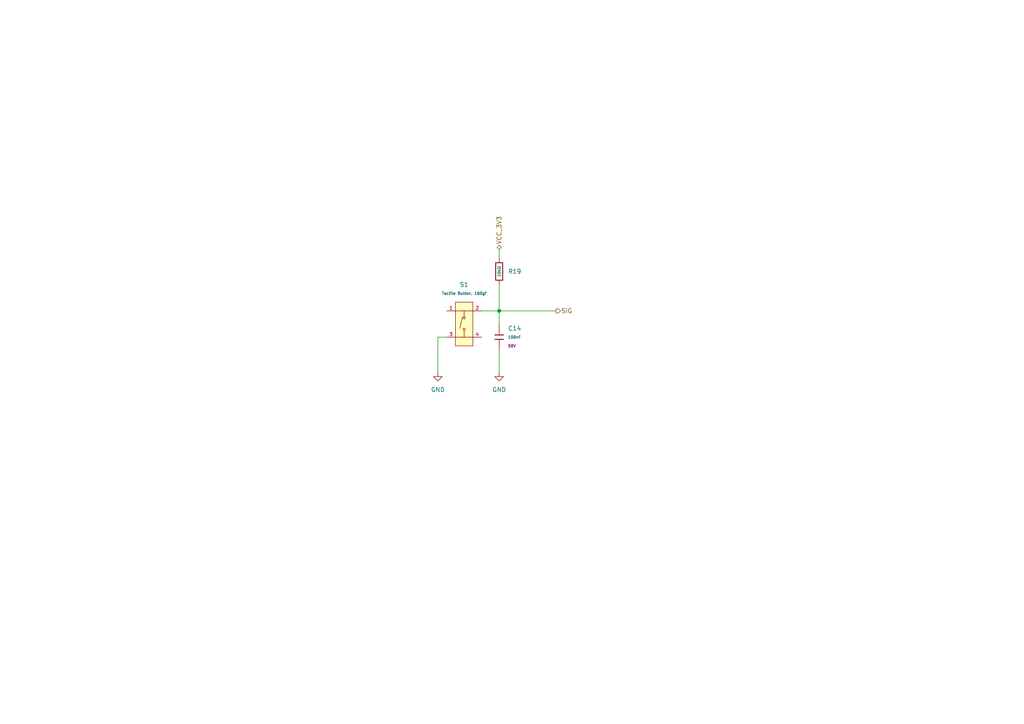
<source format=kicad_sch>
(kicad_sch (version 20250114) (generator "eeschema") (generator_version "9.0")
  (paper "A4")
  (lib_symbols
    (symbol "PCM_JLCPCB-Capacitors:0603,100nF" (pin_numbers (hide yes)) (pin_names (offset 0))
      (property "Reference" "C" (at 2.032 1.668 0))
      (property "Value" "100nF" (at 2.032 -0.3782 0))
      (property "Voltage Rated" "50V" (at 2.032 -2.0462 0))
      (symbol "0603,100nF_0_1"
        (polyline (pts (xy -1.27 0.635) (xy 1.27 0.635)) (stroke (width 0.254)))
        (polyline (pts (xy -1.27 -0.635) (xy 1.27 -0.635)) (stroke (width 0.254)))
      )
      (symbol "0603,100nF_1_1"
        (pin passive line (at 0 3.81 270) (length 3.175) (name "~") (number "1"))
        (pin passive line (at 0 -3.81 90) (length 3.175) (name "~") (number "2"))
      )
    )
    (symbol "PCM_JLCPCB-Connectors_Buttons:Tactile Button, 160gf" (pin_names (hide yes))
      (property "Reference" "S" (at 0 1.27 0))
      (property "Value" "Tactile Button, 160gf" (at 0 -8.89 0))
      (symbol "Tactile Button, 160gf_0_1"
        (polyline (pts (xy -2.54 2.54) (xy 2.54 2.54)))
        (polyline (pts (xy -2.54 -5.08) (xy 2.54 -5.08)))
        (polyline (pts (xy -0.508 0.762) (xy -1.27 -2.54)))
        (polyline (pts (xy 0 0.762) (xy 0 2.54)))
        (circle (center 0 0.508) (radius 0.3175) (fill (type background)))
        (circle (center 0 -2.794) (radius 0.3175) (fill (type background)))
        (polyline (pts (xy 0 -3.302) (xy 0 -5.08)))
        (pin unspecified line (at -5.08 2.54 0) (length 2.54) (name "A") (number "1"))
        (pin unspecified line (at -5.08 -5.08 0) (length 2.54) (name "C") (number "3"))
        (pin unspecified line (at 5.08 2.54 180) (length 2.54) (name "B") (number "2"))
        (pin unspecified line (at 5.08 -5.08 180) (length 2.54) (name "D") (number "4"))
      )
      (symbol "Tactile Button, 160gf_1_1"
        (rectangle (start -2.54 5.08) (end 2.54 -7.62) (fill (type background)))
      )
    )
    (symbol "PCM_JLCPCB-Resistors:0402,10kΩ" (pin_numbers (hide yes)) (pin_names (offset 0))
      (property "Reference" "R" (at 1.778 0 0))
      (property "Value" "10kΩ" (at 0 0 90))
      (symbol "0402,10kΩ_0_1"
        (rectangle (start -1.016 2.54) (end 1.016 -2.54) (stroke (width 0.254)))
      )
      (symbol "0402,10kΩ_1_1"
        (pin passive line (at 0 3.81 270) (length 1.27) (name "~") (number "1"))
        (pin passive line (at 0 -3.81 90) (length 1.27) (name "~") (number "2"))
      )
    )
    (symbol "power:GND" (power) (pin_numbers (hide yes)) (pin_names (offset 0) (hide yes))
      (property "Value" "GND" (at 0 -3.81 0))
      (symbol "GND_0_1"
        (polyline (pts (xy 0 0) (xy 0 -1.27) (xy 1.27 -1.27) (xy 0 -2.54) (xy -1.27 -1.27) (xy 0 -1.27)))
      )
      (symbol "GND_1_1"
        (pin power_in line (at 0 0 270) (length 0) (name "~") (number "1"))
      )
    )
  )
  (junction (at 144.78 90.17))
  (wire (pts (xy 144.78 82.55) (xy 144.78 90.17)))
  (wire (pts (xy 129.54 97.79) (xy 127 97.79)))
  (wire (pts (xy 144.78 90.17) (xy 144.78 93.98)))
  (wire (pts (xy 144.78 72.39) (xy 144.78 74.93)))
  (wire (pts (xy 127 97.79) (xy 127 107.95)))
  (wire (pts (xy 144.78 101.6) (xy 144.78 107.95)))
  (wire (pts (xy 144.78 90.17) (xy 161.29 90.17)))
  (wire (pts (xy 144.78 90.17) (xy 139.7 90.17)))
  (hierarchical_label "VCC_3V3" (shape bidirectional) (at 144.78 72.39 90))
  (hierarchical_label "SIG" (shape output) (at 161.29 90.17 0))
  (symbol (lib_id "PCM_JLCPCB-Resistors:0402,10kΩ") (at 144.78 78.74 0) (unit 1)
    (property "Reference" "R19" (at 147.32 78.7399 0) (effects (justify left)))
    (property "Value" "10kΩ" (at 144.78 78.74 90) (effects (font (size 0.8 0.8))))
    (property "Footprint" "PCM_JLCPCB:R_0402" (effects (hide yes)))
    (property "Datasheet" "https://www.lcsc.com/datasheet/lcsc_datasheet_2411221126_UNI-ROYAL-Uniroyal-Elec-0402WGF1002TCE_C25744.pdf" (effects (hide yes)))
    (property "Description" "62.5mW Thick Film Resistors 50V ±100ppm/°C ±1% 10kΩ 0402 Chip Resistor - Surface Mount ROHS" (effects (hide yes)))
    (property "LCSC" "C25744" (effects (hide yes)))
    (property "Stock" "21690569" (effects (hide yes)))
    (property "Price" "0.004USD" (effects (hide yes)))
    (property "Process" "SMT" (effects (hide yes)))
    (property "Minimum Qty" "5" (effects (hide yes)))
    (property "Attrition Qty" "10" (effects (hide yes)))
    (property "Class" "Basic Component" (effects (hide yes)))
    (property "Category" "Resistors,Chip Resistor - Surface Mount" (effects (hide yes)))
    (property "Manufacturer" "UNI-ROYAL(Uniroyal Elec)" (effects (hide yes)))
    (property "Part" "0402WGF1002TCE" (effects (hide yes)))
    (property "Resistance" "10kΩ" (effects (hide yes)))
    (property "Power(Watts)" "62.5mW" (effects (hide yes)))
    (property "Type" "Thick Film Resistors" (effects (hide yes)))
    (property "Overload Voltage (Max)" "50V" (effects (hide yes)))
    (property "Operating Temperature Range" "-55°C~+155°C" (effects (hide yes)))
    (property "Tolerance" "±1%" (effects (hide yes)))
    (property "Temperature Coefficient" "±100ppm/°C" (effects (hide yes)))
  )
  (symbol (lib_id "PCM_JLCPCB-Capacitors:0603,100nF") (at 144.78 97.79 0) (unit 1)
    (property "Reference" "C14" (at 147.32 95.2499 0) (effects (justify left)))
    (property "Value" "100nF" (at 147.32 97.79 0) (effects (font (size 0.8 0.8)) (justify left)))
    (property "Footprint" "PCM_JLCPCB:C_0603" (effects (hide yes)))
    (property "Datasheet" "https://www.lcsc.com/datasheet/lcsc_datasheet_2211101700_YAGEO-CC0603KRX7R9BB104_C14663.pdf" (effects (hide yes)))
    (property "Description" "50V 100nF X7R ±10% 0603 Multilayer Ceramic Capacitors MLCC - SMD/SMT ROHS" (effects (hide yes)))
    (property "LCSC" "C14663" (effects (hide yes)))
    (property "Stock" "38633432" (effects (hide yes)))
    (property "Price" "0.006USD" (effects (hide yes)))
    (property "Process" "SMT" (effects (hide yes)))
    (property "Minimum Qty" "20" (effects (hide yes)))
    (property "Attrition Qty" "10" (effects (hide yes)))
    (property "Class" "Basic Component" (effects (hide yes)))
    (property "Category" "Capacitors,Multilayer Ceramic Capacitors MLCC - SMD/SMT" (effects (hide yes)))
    (property "Manufacturer" "YAGEO" (effects (hide yes)))
    (property "Part" "CC0603KRX7R9BB104" (effects (hide yes)))
    (property "Voltage Rated" "50V" (at 147.32 100.33 0) (effects (font (size 0.8 0.8)) (justify left)))
    (property "Tolerance" "±10%" (effects (hide yes)))
    (property "Capacitance" "100nF" (effects (hide yes)))
    (property "Temperature Coefficient" "X7R" (effects (hide yes)))
  )
  (symbol (lib_id "power:GND") (at 144.78 107.95 0) (unit 1)
    (property "Reference" "#PWR032" (effects (hide yes)))
    (property "Value" "GND" (at 144.78 113.03 0))
    (property "Description" "Power symbol creates a global label with name \"GND\" , ground" (effects (hide yes)))
  )
  (symbol (lib_id "PCM_JLCPCB-Connectors_Buttons:Tactile Button, 160gf") (at 134.62 92.71 0) (unit 1)
    (property "Reference" "S1" (at 134.62 82.55 0))
    (property "Value" "Tactile Button, 160gf" (at 134.62 85.09 0) (effects (font (size 0.8 0.8))))
    (property "Footprint" "PCM_JLCPCB:SW-SMD_4P-L5.1-W5.1-P3.70-LS6.5-TL-2" (effects (hide yes)))
    (property "Datasheet" "https://www.lcsc.com/datasheet/lcsc_datasheet_2304140030_XKB-Connection-TS-1187A-B-A-B_C318884.pdf" (effects (hide yes)))
    (property "Description" "None Without 50mA 5.1mm 100000 Times 160gf 12V 5.1mm 1.5mm Round Button Standing paste SPST SMD Tactile Switches ROHS" (effects (hide yes)))
    (property "LCSC" "C318884" (effects (hide yes)))
    (property "Stock" "515903" (effects (hide yes)))
    (property "Price" "0.025USD" (effects (hide yes)))
    (property "Process" "SMT" (effects (hide yes)))
    (property "Minimum Qty" "10" (effects (hide yes)))
    (property "Attrition Qty" "5" (effects (hide yes)))
    (property "Class" "Basic Component" (effects (hide yes)))
    (property "Category" "Switches,Tactile Switches" (effects (hide yes)))
    (property "Manufacturer" "XKB Connectivity" (effects (hide yes)))
    (property "Part" "TS-1187A-B-A-B" (effects (hide yes)))
    (property "Switch Length" "5.1mm" (effects (hide yes)))
    (property "Voltage Rating (Dc)" "12V" (effects (hide yes)))
    (property "With Lamp" "No" (effects (hide yes)))
    (property "Operating Force" "160gf" (effects (hide yes)))
    (property "Actuator/Cap Color" "Golden" (effects (hide yes)))
    (property "Mechanical Life" "100000 Times" (effects (hide yes)))
    (property "Strike Gundam" "NO" (effects (hide yes)))
    (property "Circuit" "SPST" (effects (hide yes)))
    (property "Switch Height" "1.5mm" (effects (hide yes)))
    (property "Actuator Style" "Round Button" (effects (hide yes)))
    (property "Switch Width" "5.1mm" (effects (hide yes)))
    (property "Contact Current" "50mA" (effects (hide yes)))
    (property "Operating Temperature" "-30°C~+85°C" (effects (hide yes)))
    (property "Mounting Style" "Brick nogging" (effects (hide yes)))
  )
  (symbol (lib_id "power:GND") (at 127 107.95 0) (unit 1)
    (property "Reference" "#PWR033" (effects (hide yes)))
    (property "Value" "GND" (at 127 113.03 0))
    (property "Description" "Power symbol creates a global label with name \"GND\" , ground" (effects (hide yes)))
  )
)
</source>
